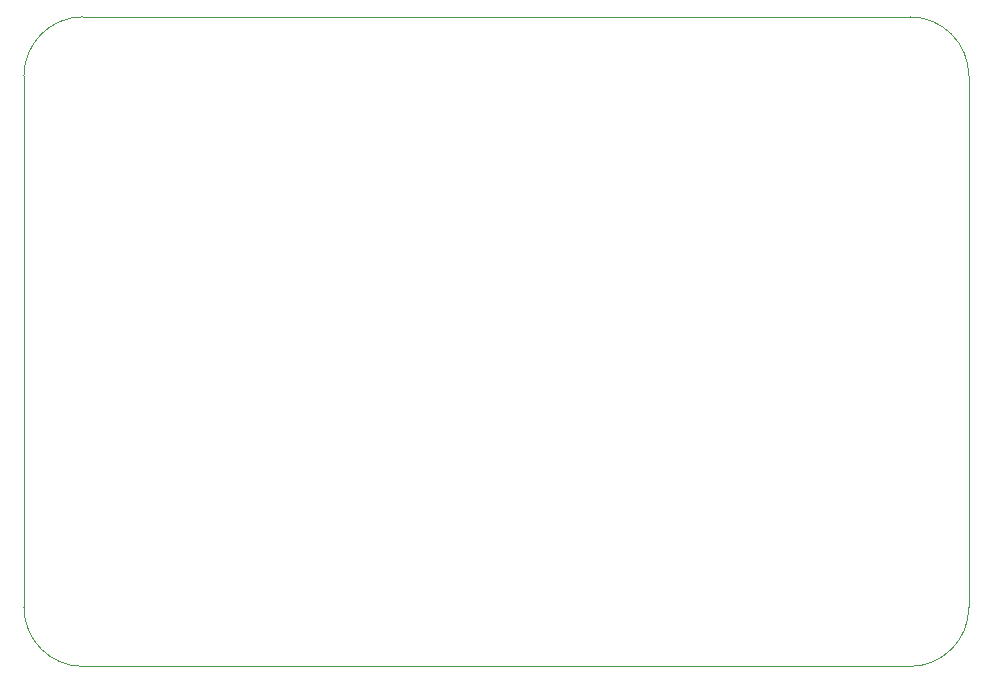
<source format=gbr>
%TF.GenerationSoftware,KiCad,Pcbnew,5.1.7-a382d34a8~87~ubuntu20.04.1*%
%TF.CreationDate,2020-10-04T21:32:38+03:00*%
%TF.ProjectId,GB-CARTPP-XC,47422d43-4152-4545-9050-2d58432e6b69,v1.2*%
%TF.SameCoordinates,Original*%
%TF.FileFunction,Profile,NP*%
%FSLAX46Y46*%
G04 Gerber Fmt 4.6, Leading zero omitted, Abs format (unit mm)*
G04 Created by KiCad (PCBNEW 5.1.7-a382d34a8~87~ubuntu20.04.1) date 2020-10-04 21:32:38*
%MOMM*%
%LPD*%
G01*
G04 APERTURE LIST*
%TA.AperFunction,Profile*%
%ADD10C,0.050000*%
%TD*%
G04 APERTURE END LIST*
D10*
X130000000Y-100000000D02*
G75*
G02*
X125000000Y-105000000I-5000000J0D01*
G01*
X55000000Y-105000000D02*
G75*
G02*
X50000000Y-100000000I0J5000000D01*
G01*
X50000000Y-55000000D02*
G75*
G02*
X55000000Y-50000000I5000000J0D01*
G01*
X125000000Y-50000000D02*
G75*
G02*
X130000000Y-55000000I0J-5000000D01*
G01*
X50000000Y-100000000D02*
X50000000Y-55000000D01*
X125000000Y-105000000D02*
X55000000Y-105000000D01*
X130000000Y-55000000D02*
X130000000Y-100000000D01*
X55000000Y-50000000D02*
X125000000Y-50000000D01*
M02*

</source>
